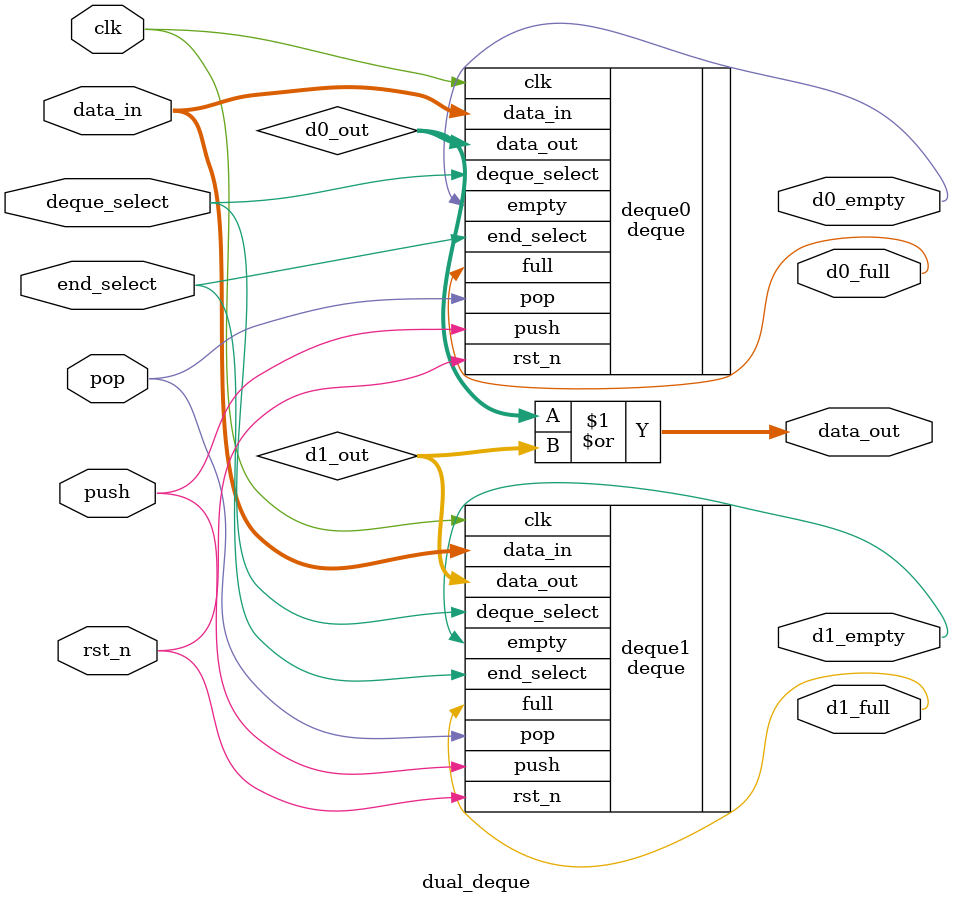
<source format=v>
/*
 * Copyright (c) 2024 Andrew Dona-Couch
 * SPDX-License-Identifier: Apache-2.0
 */

`default_nettype none

module dual_deque (
    input  wire       clk,
    input  wire       rst_n,
    output wire       d0_empty,
    output wire       d0_full,
    output wire       d1_empty,
    output wire       d1_full,
    input  wire       deque_select,
    input  wire       end_select,
    input  wire       push,
    input  wire       pop,
    input  wire [7:0] data_in,
    output wire [7:0] data_out
);

  wire [7:0] d0_out, d1_out;
  assign data_out = d0_out | d1_out;

  deque #(
    .ADDR(0),
    .WORDS(16)
  ) deque0 (
    .clk(clk),
    .rst_n(rst_n),
    .empty(d0_empty),
    .full(d0_full),
    .deque_select(deque_select),
    .end_select(end_select),
    .push(push),
    .pop(pop),
    .data_in(data_in),
    .data_out(d0_out)
  );

  deque #(
    .ADDR(1),
    .WORDS(8)
  ) deque1 (
    .clk(clk),
    .rst_n(rst_n),
    .empty(d1_empty),
    .full(d1_full),
    .deque_select(deque_select),
    .end_select(end_select),
    .push(push),
    .pop(pop),
    .data_in(data_in),
    .data_out(d1_out)
  );

endmodule

</source>
